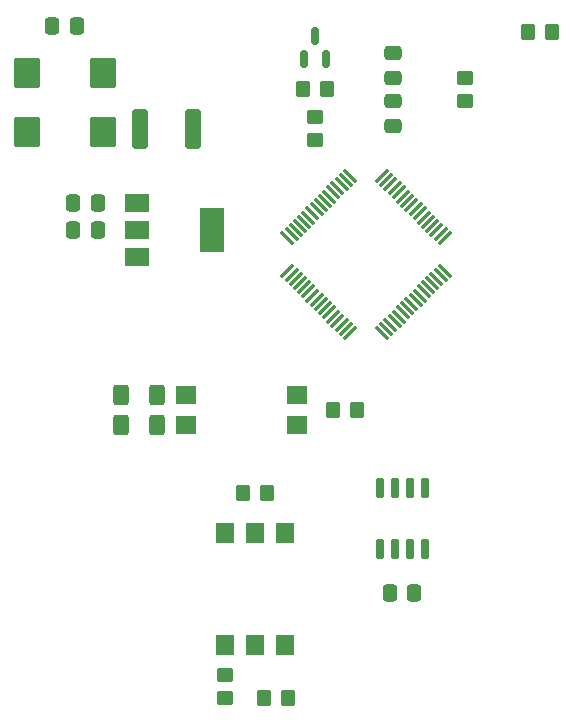
<source format=gbp>
G04 #@! TF.GenerationSoftware,KiCad,Pcbnew,(7.0.0)*
G04 #@! TF.CreationDate,2023-02-19T07:45:38+03:00*
G04 #@! TF.ProjectId,pcb-heater,7063622d-6865-4617-9465-722e6b696361,rev?*
G04 #@! TF.SameCoordinates,Original*
G04 #@! TF.FileFunction,Paste,Bot*
G04 #@! TF.FilePolarity,Positive*
%FSLAX46Y46*%
G04 Gerber Fmt 4.6, Leading zero omitted, Abs format (unit mm)*
G04 Created by KiCad (PCBNEW (7.0.0)) date 2023-02-19 07:45:38*
%MOMM*%
%LPD*%
G01*
G04 APERTURE LIST*
G04 Aperture macros list*
%AMRoundRect*
0 Rectangle with rounded corners*
0 $1 Rounding radius*
0 $2 $3 $4 $5 $6 $7 $8 $9 X,Y pos of 4 corners*
0 Add a 4 corners polygon primitive as box body*
4,1,4,$2,$3,$4,$5,$6,$7,$8,$9,$2,$3,0*
0 Add four circle primitives for the rounded corners*
1,1,$1+$1,$2,$3*
1,1,$1+$1,$4,$5*
1,1,$1+$1,$6,$7*
1,1,$1+$1,$8,$9*
0 Add four rect primitives between the rounded corners*
20,1,$1+$1,$2,$3,$4,$5,0*
20,1,$1+$1,$4,$5,$6,$7,0*
20,1,$1+$1,$6,$7,$8,$9,0*
20,1,$1+$1,$8,$9,$2,$3,0*%
G04 Aperture macros list end*
%ADD10RoundRect,0.250000X0.350000X0.450000X-0.350000X0.450000X-0.350000X-0.450000X0.350000X-0.450000X0*%
%ADD11RoundRect,0.250000X0.400000X1.450000X-0.400000X1.450000X-0.400000X-1.450000X0.400000X-1.450000X0*%
%ADD12R,1.700000X1.500000*%
%ADD13RoundRect,0.250000X0.450000X-0.350000X0.450000X0.350000X-0.450000X0.350000X-0.450000X-0.350000X0*%
%ADD14RoundRect,0.250000X0.875000X1.025000X-0.875000X1.025000X-0.875000X-1.025000X0.875000X-1.025000X0*%
%ADD15RoundRect,0.150000X0.150000X-0.725000X0.150000X0.725000X-0.150000X0.725000X-0.150000X-0.725000X0*%
%ADD16RoundRect,0.250000X0.337500X0.475000X-0.337500X0.475000X-0.337500X-0.475000X0.337500X-0.475000X0*%
%ADD17RoundRect,0.250000X-0.350000X-0.450000X0.350000X-0.450000X0.350000X0.450000X-0.350000X0.450000X0*%
%ADD18RoundRect,0.250000X0.400000X0.625000X-0.400000X0.625000X-0.400000X-0.625000X0.400000X-0.625000X0*%
%ADD19RoundRect,0.250000X-0.475000X0.337500X-0.475000X-0.337500X0.475000X-0.337500X0.475000X0.337500X0*%
%ADD20RoundRect,0.150000X0.150000X-0.587500X0.150000X0.587500X-0.150000X0.587500X-0.150000X-0.587500X0*%
%ADD21RoundRect,0.075000X0.441942X0.548008X-0.548008X-0.441942X-0.441942X-0.548008X0.548008X0.441942X0*%
%ADD22RoundRect,0.075000X-0.441942X0.548008X-0.548008X0.441942X0.441942X-0.548008X0.548008X-0.441942X0*%
%ADD23RoundRect,0.250000X-0.337500X-0.475000X0.337500X-0.475000X0.337500X0.475000X-0.337500X0.475000X0*%
%ADD24R,2.000000X1.500000*%
%ADD25R,2.000000X3.800000*%
%ADD26R,1.500000X1.700000*%
%ADD27RoundRect,0.250000X0.475000X-0.337500X0.475000X0.337500X-0.475000X0.337500X-0.475000X-0.337500X0*%
G04 APERTURE END LIST*
D10*
X134096000Y-65278000D03*
X132096000Y-65278000D03*
D11*
X122725000Y-68600000D03*
X118275000Y-68600000D03*
D12*
X122199999Y-93669999D03*
X122199999Y-91129999D03*
X131599999Y-91129999D03*
X131599999Y-93669999D03*
D10*
X130794000Y-116840000D03*
X128794000Y-116840000D03*
D13*
X125476000Y-116824000D03*
X125476000Y-114824000D03*
D14*
X115100000Y-68900000D03*
X108700000Y-68900000D03*
D13*
X145796000Y-66278000D03*
X145796000Y-64278000D03*
D10*
X153146000Y-60452000D03*
X151146000Y-60452000D03*
D15*
X142367000Y-104175000D03*
X141097000Y-104175000D03*
X139827000Y-104175000D03*
X138557000Y-104175000D03*
X138557000Y-99025000D03*
X139827000Y-99025000D03*
X141097000Y-99025000D03*
X142367000Y-99025000D03*
D16*
X112937500Y-59900000D03*
X110862500Y-59900000D03*
D17*
X127016000Y-99441000D03*
X129016000Y-99441000D03*
D18*
X119750000Y-93700000D03*
X116650000Y-93700000D03*
D16*
X114702500Y-77200000D03*
X112627500Y-77200000D03*
D13*
X133096000Y-69580000D03*
X133096000Y-67580000D03*
D19*
X139700000Y-62208500D03*
X139700000Y-64283500D03*
D18*
X119750000Y-91160000D03*
X116650000Y-91160000D03*
D20*
X134046000Y-62659500D03*
X132146000Y-62659500D03*
X133096000Y-60784500D03*
D21*
X138775181Y-72583519D03*
X139128734Y-72937072D03*
X139482287Y-73290625D03*
X139835841Y-73644179D03*
X140189394Y-73997732D03*
X140542948Y-74351286D03*
X140896501Y-74704839D03*
X141250054Y-75058392D03*
X141603608Y-75411946D03*
X141957161Y-75765499D03*
X142310714Y-76119052D03*
X142664268Y-76472606D03*
X143017821Y-76826159D03*
X143371375Y-77179713D03*
X143724928Y-77533266D03*
X144078481Y-77886819D03*
D22*
X144078481Y-80609181D03*
X143724928Y-80962734D03*
X143371375Y-81316287D03*
X143017821Y-81669841D03*
X142664268Y-82023394D03*
X142310714Y-82376948D03*
X141957161Y-82730501D03*
X141603608Y-83084054D03*
X141250054Y-83437608D03*
X140896501Y-83791161D03*
X140542948Y-84144714D03*
X140189394Y-84498268D03*
X139835841Y-84851821D03*
X139482287Y-85205375D03*
X139128734Y-85558928D03*
X138775181Y-85912481D03*
D21*
X136052819Y-85912481D03*
X135699266Y-85558928D03*
X135345713Y-85205375D03*
X134992159Y-84851821D03*
X134638606Y-84498268D03*
X134285052Y-84144714D03*
X133931499Y-83791161D03*
X133577946Y-83437608D03*
X133224392Y-83084054D03*
X132870839Y-82730501D03*
X132517286Y-82376948D03*
X132163732Y-82023394D03*
X131810179Y-81669841D03*
X131456625Y-81316287D03*
X131103072Y-80962734D03*
X130749519Y-80609181D03*
D22*
X130749519Y-77886819D03*
X131103072Y-77533266D03*
X131456625Y-77179713D03*
X131810179Y-76826159D03*
X132163732Y-76472606D03*
X132517286Y-76119052D03*
X132870839Y-75765499D03*
X133224392Y-75411946D03*
X133577946Y-75058392D03*
X133931499Y-74704839D03*
X134285052Y-74351286D03*
X134638606Y-73997732D03*
X134992159Y-73644179D03*
X135345713Y-73290625D03*
X135699266Y-72937072D03*
X136052819Y-72583519D03*
D14*
X115100000Y-63900000D03*
X108700000Y-63900000D03*
D23*
X139424500Y-107950000D03*
X141499500Y-107950000D03*
D24*
X118049999Y-79499999D03*
X118049999Y-77199999D03*
D25*
X124349999Y-77199999D03*
D24*
X118049999Y-74899999D03*
D16*
X114702500Y-74900000D03*
X112627500Y-74900000D03*
D26*
X125475999Y-102868999D03*
X128015999Y-102868999D03*
X130555999Y-102868999D03*
X130555999Y-112268999D03*
X128015999Y-112268999D03*
X125475999Y-112268999D03*
D10*
X136636000Y-92456000D03*
X134636000Y-92456000D03*
D27*
X139700000Y-68347500D03*
X139700000Y-66272500D03*
M02*

</source>
